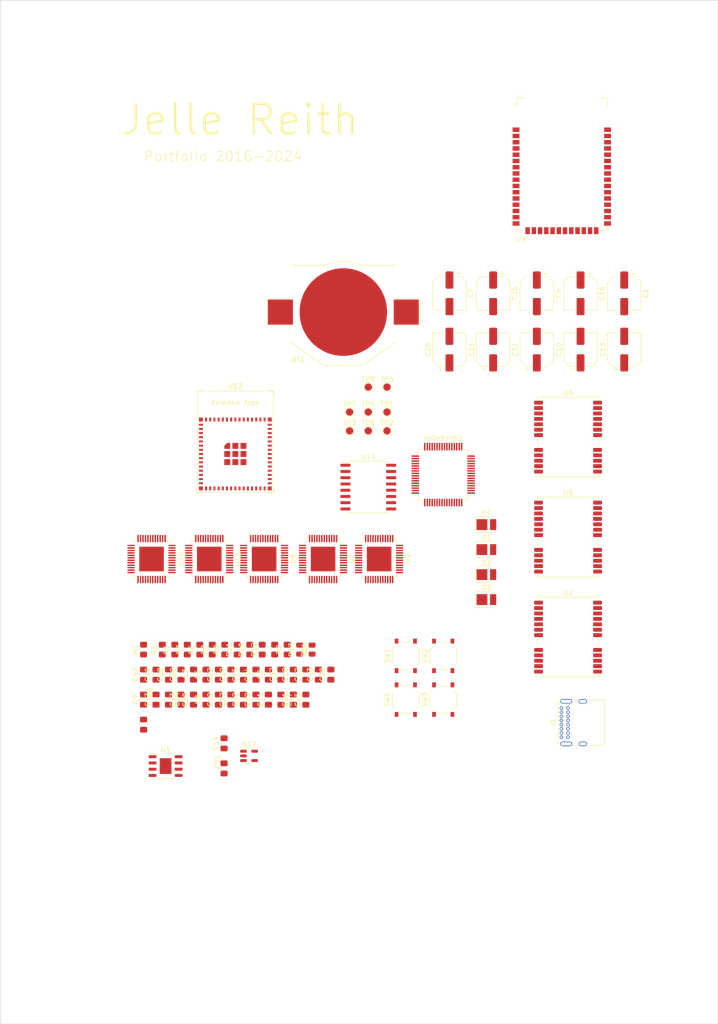
<source format=kicad_pcb>
(kicad_pcb (version 20221018) (generator pcbnew)
  (title_block (title "Portfolio") (date "2024-04-05") (rev "1") (company "Jelle Reith"))
  (layers (0 "F.Cu" signal) (31 "B.Cu" signal) (34 "B.Paste" user) (35 "F.Paste" user) (36 "B.SilkS" user "B.Silkscreen") (37 "F.SilkS" user "F.Silkscreen") (38 "B.Mask" user) (39 "F.Mask" user) (44 "Edge.Cuts" user))
  (net 0 "")
  (net 71 "VCC")
  (net 72 "Net-(JelleReith1-PC0)")
  (net 73 "Net-(JelleReith1-PC1)")
  (net 74 "Net-(JelleReith1-PC2)")
  (net 75 "Net-(JelleReith1-PA0)")
  (net 76 "Net-(JelleReith1-PA1)")
  (net 77 "Net-(JelleReith1-PA2)")
  (net 78 "GND")
  (net 79 "Net-(JelleReith1-PA3)")
  (net 80 "Net-(JelleReith1-PA4)")
  (net 81 "Net-(JelleReith1-PA5)")
  (net 82 "Net-(JelleReith1-PA6)")
  (net 83 "Net-(JelleReith1-PA7)")
  (net 84 "Net-(JelleReith1-PC4)")
  (net 85 "Net-(JelleReith1-PB0)")
  (net 86 "Net-(JelleReith1-PB1)")
  (net 87 "Net-(JelleReith1-PA8)")
  (net 88 "Net-(JelleReith1-PA9)")
  (net 89 "Net-(JelleReith1-PA10)")
  (net 90 "Net-(JelleReith1-PA12)")
  (net 91 "Net-(JelleReith1-PA13)")
  (net 92 "Net-(JelleReith1-PA14)")
  (net 93 "Net-(JelleReith1-PA15)")
  (net 94 "Net-(U2-TIMEPULSE)")
  (net 95 "Net-(U2-RF_IN)")
  (net 96 "Net-(U2-LNA_EN)")
  (net 97 "EN")
  (net 98 "VIN")
  (net 105 "Net-(U5-GND-Pad10)")
  (net 119 "Net-(U6-GND-Pad10)")
  (net 127 "Net-(BT1-+)")
  (net 128 "V_USB")
  (net 129 "3V3")
  (net 130 "SOLSTICE_LED_LINE")
  (net 131 "FUTURE_LED_LINE")
  (net 132 "SOLARGRAPH_LED_LINE")
  (net 133 "SECONDARY_LOCATION_LED_LINE")
  (net 134 "Net-(J1-CC1)")
  (net 135 "USB_D+")
  (net 136 "USB_D-")
  (net 138 "Net-(J1-CC2)")
  (net 140 "Net-(U7-RSET)")
  (net 141 "Net-(U8-RSET)")
  (net 142 "Net-(U9-RSET)")
  (net 143 "Net-(U10-RSET)")
  (net 144 "Net-(U11-RSET)")
  (net 145 "SOLSTICE_EQUINOX_LED")
  (net 146 "FUTURE_LED")
  (net 147 "SOLARGRAPH_LED")
  (net 148 "SECONDARY_LOCATION_LED")
  (net 149 "I2C_SCL")
  (net 150 "I2C_SDA")
  (net 151 "BOOT")
  (net 152 "MODE_BUTTON")
  (net 153 "SELECT_BUTTON")
  (net 154 "LONGITUDE_POT_IN")
  (net 155 "LONGITUDE_POT_IN_BACKUP")
  (net 156 "LATITUDE_POT_IN")
  (net 157 "LATITUDE_POT_IN_BACKUP")
  (net 159 "DR4_SW1")
  (net 160 "DR4_SW2")
  (net 161 "DR4_SW3")
  (net 162 "DR4_SW4")
  (net 163 "DR4_SW5")
  (net 164 "DR4_SW6")
  (net 165 "DR4_SW7")
  (net 166 "DR4_SW8")
  (net 167 "DR4_SW9")
  (net 168 "DR4_SW10")
  (net 169 "DR4_SW11")
  (net 170 "DR4_SW12")
  (net 171 "DR4_CS1")
  (net 172 "DR4_CS2")
  (net 173 "DR4_CS3")
  (net 174 "DR4_CS4")
  (net 175 "DR4_CS5")
  (net 176 "DR4_CS6")
  (net 177 "DR4_CS7")
  (net 178 "DR4_CS8")
  (net 179 "DR4_CS9")
  (net 180 "DR4_CS10")
  (net 181 "DR4_CS11")
  (net 182 "DR4_CS12")
  (net 183 "DR4_CS13")
  (net 184 "DR4_CS14")
  (net 185 "DR4_CS15")
  (net 186 "DR4_CS16")
  (net 188 "SYNC")
  (net 191 "DR5_SW1")
  (net 192 "DR5_SW2")
  (net 193 "DR5_SW3")
  (net 194 "DR5_SW4")
  (net 195 "DR5_SW5")
  (net 196 "DR5_SW6")
  (net 197 "DR5_SW7")
  (net 198 "DR5_SW8")
  (net 199 "DR5_SW9")
  (net 200 "DR5_SW10")
  (net 201 "DR5_SW11")
  (net 202 "DR5_SW12")
  (net 203 "DR5_CS1")
  (net 204 "DR5_CS2")
  (net 205 "DR5_CS3")
  (net 206 "DR5_CS4")
  (net 207 "DR5_CS5")
  (net 208 "DR5_CS6")
  (net 209 "DR5_CS7")
  (net 210 "DR5_CS8")
  (net 211 "DR5_CS9")
  (net 212 "DR5_CS10")
  (net 213 "DR5_CS11")
  (net 214 "DR5_CS12")
  (net 215 "DR5_CS13")
  (net 216 "DR5_CS14")
  (net 217 "DR5_CS15")
  (net 218 "DR5_CS16")
  (net 222 "DR2_SW1")
  (net 223 "DR2_SW2")
  (net 224 "DR2_SW3")
  (net 225 "DR2_SW4")
  (net 226 "DR2_SW5")
  (net 227 "DR2_SW6")
  (net 228 "DR2_SW7")
  (net 229 "DR2_SW8")
  (net 230 "DR2_SW9")
  (net 231 "DR2_SW10")
  (net 232 "DR2_SW11")
  (net 233 "DR2_SW12")
  (net 234 "DR2_CS1")
  (net 235 "DR2_CS2")
  (net 236 "DR2_CS3")
  (net 237 "DR2_CS4")
  (net 238 "DR2_CS5")
  (net 239 "DR2_CS6")
  (net 240 "DR2_CS7")
  (net 241 "DR2_CS8")
  (net 242 "DR2_CS9")
  (net 243 "DR2_CS10")
  (net 244 "DR2_CS11")
  (net 245 "DR2_CS12")
  (net 246 "DR2_CS13")
  (net 247 "DR2_CS14")
  (net 248 "DR2_CS15")
  (net 249 "DR2_CS16")
  (net 253 "DR3_SW1")
  (net 254 "DR3_SW2")
  (net 255 "DR3_SW3")
  (net 256 "DR3_SW4")
  (net 257 "DR3_SW5")
  (net 258 "DR3_SW6")
  (net 259 "DR3_SW7")
  (net 260 "DR3_SW8")
  (net 261 "DR3_SW9")
  (net 262 "DR3_SW10")
  (net 263 "DR3_SW11")
  (net 264 "DR3_SW12")
  (net 265 "DR3_CS1")
  (net 266 "DR3_CS2")
  (net 267 "DR3_CS3")
  (net 268 "DR3_CS4")
  (net 269 "DR3_CS5")
  (net 270 "DR3_CS6")
  (net 271 "DR3_CS7")
  (net 272 "DR3_CS8")
  (net 273 "DR3_CS9")
  (net 274 "DR3_CS10")
  (net 275 "DR3_CS11")
  (net 276 "DR3_CS12")
  (net 277 "DR3_CS13")
  (net 278 "DR3_CS14")
  (net 279 "DR3_CS15")
  (net 280 "DR3_CS16")
  (net 284 "DR1_SW1")
  (net 285 "DR1_SW2")
  (net 286 "DR1_SW3")
  (net 287 "DR1_SW4")
  (net 288 "DR1_SW5")
  (net 289 "DR1_SW6")
  (net 290 "DR1_SW7")
  (net 291 "DR1_SW8")
  (net 292 "DR1_SW9")
  (net 293 "DR1_SW10")
  (net 294 "DR1_SW11")
  (net 295 "DR1_SW12")
  (net 296 "DR1_CS1")
  (net 297 "DR1_CS2")
  (net 298 "DR1_CS3")
  (net 299 "DR1_CS4")
  (net 300 "DR1_CS5")
  (net 301 "DR1_CS6")
  (net 302 "DR1_CS7")
  (net 303 "DR1_CS8")
  (net 304 "DR1_CS9")
  (net 305 "DR1_CS10")
  (net 306 "DR1_CS11")
  (net 307 "DR1_CS12")
  (net 308 "DR1_CS13")
  (net 309 "DR1_CS14")
  (net 310 "DR1_CS15")
  (net 311 "DR1_CS16")
  (footprint "Capacitor_SMD:C_0805_2012Metric_Pad1.18x1.45mm_HandSolder" (layer "F.Cu") (at 64.5 140.7 90)
    (fp_text reference "C12")
    (fp_text value "0.47uF")
  )
  (footprint "Resistor_SMD:R_0805_2012Metric_Pad1.20x1.40mm_HandSolder" (layer "F.Cu") (at 47.99 135.62 90)
    (fp_text reference "R9")
    (fp_text value "10K")
  )
  (footprint "Button_Switch_SMD:SW_Push_1P1T_XKB_TS-1187A" (layer "F.Cu") (at 84.82 145.78 90)
    (fp_text reference "SW4")
    (fp_text value "SW_Push")
  )
  (footprint "Espressif:ESP32-S3-MINI-1" (layer "F.Cu") (at 50.15 95.87)
    (fp_text reference "U13")
    (fp_text value "ESP32-S3-MINI-1")
  )
  (footprint "Resistor_SMD:R_0805_2012Metric_Pad1.20x1.40mm_HandSolder" (layer "F.Cu") (at 60.69 135.62 90)
    (fp_text reference "R2")
    (fp_text value "20K")
  )
  (footprint "Capacitor_SMD:CP_Elec_6.3x7.7" (layer "F.Cu") (at 111.49 74.66 90)
    (fp_text reference "C31")
    (fp_text value "C_Polarized")
  )
  (footprint "Battery:BatteryHolder_Keystone_3002_1x2032" (layer "F.Cu") (at 72.12 67.04)
    (fp_text reference "BT1")
    (fp_text value "Battery_Cell")
  )
  (footprint "Capacitor_SMD:C_0805_2012Metric_Pad1.18x1.45mm_HandSolder" (layer "F.Cu") (at 34.02 140.7 90)
    (fp_text reference "C40")
    (fp_text value "0.1uF")
  )
  (footprint "TestPoint:TestPoint_Pad_D1.5mm" (layer "F.Cu") (at 81.01 91.17)
    (fp_text reference "TP2")
    (fp_text value "TestPoint")
  )
  (footprint "Resistor_SMD:R_0805_2012Metric_Pad1.20x1.40mm_HandSolder" (layer "F.Cu") (at 42.91 135.62 90)
    (fp_text reference "R6")
    (fp_text value "5.1K")
  )
  (footprint "Capacitor_SMD:CP_Elec_6.3x7.7" (layer "F.Cu") (at 129.27 74.66 90)
    (fp_text reference "C13")
    (fp_text value "C_Polarized")
  )
  (footprint "Resistor_SMD:R_0805_2012Metric_Pad1.20x1.40mm_HandSolder" (layer "F.Cu") (at 37.83 135.62 90)
    (fp_text reference "R1")
    (fp_text value "20K")
  )
  (footprint "RF_GPS:ublox_NEO" (layer "F.Cu") (at 117.84 112.76)
    (fp_text reference "U5")
    (fp_text value "NEO-M8N")
  )
  (footprint "TestPoint:TestPoint_Pad_D1.5mm" (layer "F.Cu") (at 81.01 82.28)
    (fp_text reference "TP5")
    (fp_text value "TestPoint")
  )
  (footprint "Capacitor_SMD:C_0805_2012Metric_Pad1.18x1.45mm_HandSolder" (layer "F.Cu") (at 44.18 145.78 90)
    (fp_text reference "C8")
    (fp_text value "0.1uF")
  )
  (footprint "Capacitor_SMD:C_0805_2012Metric_Pad1.18x1.45mm_HandSolder" (layer "F.Cu") (at 34.02 145.78 90)
    (fp_text reference "C33")
    (fp_text value "0.1uF")
  )
  (footprint "Capacitor_SMD:C_0805_2012Metric_Pad1.18x1.45mm_HandSolder" (layer "F.Cu") (at 59.42 145.78 -90)
    (fp_text reference "C17")
    (fp_text value "0.47uF")
  )
  (footprint "Capacitor_SMD:C_0805_2012Metric_Pad1.18x1.45mm_HandSolder" (layer "F.Cu") (at 44.18 140.7 90)
    (fp_text reference "C5")
    (fp_text value "0.1uF")
  )
  (footprint "Capacitor_SMD:C_0805_2012Metric_Pad1.18x1.45mm_HandSolder" (layer "F.Cu") (at 41.64 145.78 90)
    (fp_text reference "C20")
    (fp_text value "0.1uF")
  )
  (footprint "Capacitor_SMD:C_0805_2012Metric_Pad1.18x1.45mm_HandSolder" (layer "F.Cu") (at 36.56 145.78 -90)
    (fp_text reference "C24")
    (fp_text value "0.47uF")
  )
  (footprint "TestPoint:TestPoint_Pad_D1.5mm" (layer "F.Cu") (at 77.2 87.36)
    (fp_text reference "TP4")
    (fp_text value "TestPoint")
  )
  (footprint "Connector_USB:USB_C_Receptacle_GCT_USB4085" (layer "F.Cu") (at 116.49 153.42 90)
    (fp_text reference "J1")
    (fp_text value "USB_C_Receptacle_USB2.0")
  )
  (footprint "Capacitor_SMD:C_0805_2012Metric_Pad1.18x1.45mm_HandSolder" (layer "F.Cu") (at 47.8575 159.75 90)
    (fp_text reference "C35")
    (fp_text value "0.1uF")
  )
  (footprint "Capacitor_SMD:CP_Elec_6.3x7.7" (layer "F.Cu") (at 102.6 63.23 -90)
    (fp_text reference "C36")
    (fp_text value "C_Polarized")
  )
  (footprint "LED_SMD:LED_PLCC_2835" (layer "F.Cu") (at 101.225 115.3)
    (fp_text reference "D1")
    (fp_text value "LED")
  )
  (footprint "Package_SO:HTSOP-8-1EP_3.9x4.9mm_P1.27mm_EP2.4x3.2mm" (layer "F.Cu") (at 35.96 159.28)
    (fp_text reference "U4")
    (fp_text value "BD90FC0WEFJ")
  )
  (footprint "Package_TO_SOT_SMD:SOT-23-5" (layer "F.Cu") (at 52.9375 157.21)
    (fp_text reference "U12")
    (fp_text value "AP2112K-3.3")
  )
  (footprint "Capacitor_SMD:C_0805_2012Metric_Pad1.18x1.45mm_HandSolder" (layer "F.Cu") (at 46.72 140.7 90)
    (fp_text reference "C22")
    (fp_text value "0.47uF")
  )
  (footprint "Capacitor_SMD:C_0805_2012Metric_Pad1.18x1.45mm_HandSolder" (layer "F.Cu") (at 69.58 140.7 90)
    (fp_text reference "C38")
    (fp_text value "0.1uF")
  )
  (footprint "Capacitor_SMD:C_0805_2012Metric_Pad1.18x1.45mm_HandSolder" (layer "F.Cu") (at 47.8575 154.67 90)
    (fp_text reference "C14")
    (fp_text value "0.1uF")
  )
  (footprint "Capacitor_SMD:C_0805_2012Metric_Pad1.18x1.45mm_HandSolder" (layer "F.Cu") (at 51.8 140.7 90)
    (fp_text reference "C15")
    (fp_text value "0.47uF")
  )
  (footprint "TestPoint:TestPoint_Pad_D1.5mm" (layer "F.Cu") (at 81.01 87.36)
    (fp_text reference "TP1")
    (fp_text value "TestPoint")
  )
  (footprint "Capacitor_SMD:C_0805_2012Metric_Pad1.18x1.45mm_HandSolder" (layer "F.Cu") (at 54.34 145.78 90)
    (fp_text reference "C29")
    (fp_text value "0.47uF")
  )
  (footprint "Capacitor_SMD:CP_Elec_6.3x7.7" (layer "F.Cu") (at 129.27 63.23 -90)
    (fp_text reference "C1")
    (fp_text value "C_Polarized")
  )
  (footprint "Capacitor_SMD:C_0805_2012Metric_Pad1.18x1.45mm_HandSolder" (layer "F.Cu") (at 31.48 150.86 90)
    (fp_text reference "C6")
    (fp_text value "0.47uF")
  )
  (footprint "RF_GPS:ublox_NEO" (layer "F.Cu") (at 117.84 92.44)
    (fp_text reference "U6")
    (fp_text value "NEO-M8N")
  )
  (footprint "Resistor_SMD:R_0805_2012Metric" (layer "F.Cu") (at 63.23 135.62 90)
    (fp_text reference "R13")
    (fp_text value "2k")
  )
  (footprint "Resistor_SMD:R_0805_2012Metric_Pad1.20x1.40mm_HandSolder" (layer "F.Cu") (at 40.37 135.62 90)
    (fp_text reference "R7")
    (fp_text value "5.1K")
  )
  (footprint "Resistor_SMD:R_0805_2012Metric_Pad1.20x1.40mm_HandSolder" (layer "F.Cu") (at 53.07 135.62 90)
    (fp_text reference "R10")
    (fp_text value "10K")
  )
  (footprint "Resistor_SMD:R_0805_2012Metric_Pad1.20x1.40mm_HandSolder" (layer "F.Cu") (at 58.15 135.62 90)
    (fp_text reference "R3")
    (fp_text value "20K")
  )
  (footprint "LED_SMD:LED_PLCC_2835" (layer "F.Cu") (at 101.225 120.38)
    (fp_text reference "D2")
    (fp_text value "LED")
  )
  (footprint "Capacitor_SMD:C_0805_2012Metric_Pad1.18x1.45mm_HandSolder" (layer "F.Cu") (at 41.64 140.7 90)
    (fp_text reference "C3")
    (fp_text value "0.47uF")
  )
  (footprint "Capacitor_SMD:CP_Elec_6.3x7.7" (layer "F.Cu") (at 102.6 74.66 90)
    (fp_text reference "C21")
    (fp_text value "C_Polarized")
  )
  (footprint "Capacitor_SMD:C_0805_2012Metric_Pad1.18x1.45mm_HandSolder" (layer "F.Cu") (at 39.1 140.7 90)
    (fp_text reference "C30")
    (fp_text value "0.1uF")
  )
  (footprint "Resistor_SMD:R_0805_2012Metric" (layer "F.Cu") (at 65.77 135.62 90)
    (fp_text reference "R14")
    (fp_text value "2k")
  )
  (footprint "Capacitor_SMD:CP_Elec_6.3x7.7" (layer "F.Cu") (at 93.71 74.66 90)
    (fp_text reference "C26")
    (fp_text value "C_Polarized")
  )
  (footprint "Capacitor_SMD:C_0805_2012Metric_Pad1.18x1.45mm_HandSolder" (layer "F.Cu") (at 54.34 140.7 90)
    (fp_text reference "C34")
    (fp_text value "0.47uF")
  )
  (footprint "Button_Switch_SMD:SW_Push_1P1T_XKB_TS-1187A" (layer "F.Cu") (at 92.44 145.78 90)
    (fp_text reference "SW3")
    (fp_text value "SW_Push")
  )
  (footprint "Capacitor_SMD:C_0805_2012Metric_Pad1.18x1.45mm_HandSolder" (layer "F.Cu") (at 67.04 140.7 90)
    (fp_text reference "C43")
    (fp_text value "1uF")
  )
  (footprint "Package_QFP:LQFP-64_10x10mm_P0.5mm" (layer "F.Cu") (at 92.44 100.06)
    (fp_text reference "JelleReith1")
    (fp_text value "STM32G491RETx")
  )
  (footprint "Capacitor_SMD:C_0805_2012Metric_Pad1.18x1.45mm_HandSolder" (layer "F.Cu") (at 61.96 140.7 90)
    (fp_text reference "C18")
    (fp_text value "0.1uF")
  )
  (footprint "Capacitor_SMD:C_0805_2012Metric_Pad1.18x1.45mm_HandSolder" (layer "F.Cu") (at 31.48 145.78 90)
    (fp_text reference "C9")
    (fp_text value "0.47uF")
  )
  (footprint "Capacitor_SMD:CP_Elec_6.3x7.7" (layer "F.Cu") (at 120.38 63.23 -90)
    (fp_text reference "C16")
    (fp_text value "C_Polarized")
  )
  (footprint "Capacitor_SMD:C_0805_2012Metric_Pad1.18x1.45mm_HandSolder" (layer "F.Cu") (at 49.26 145.78 90)
    (fp_text reference "C27")
    (fp_text value "0.47uF")
  )
  (footprint "Button_Switch_SMD:SW_Push_1P1T_XKB_TS-1187A" (layer "F.Cu") (at 84.82 136.89 90)
    (fp_text reference "SW1")
    (fp_text value "SW_Push")
  )
  (footprint "Capacitor_SMD:C_0805_2012Metric_Pad1.18x1.45mm_HandSolder" (layer "F.Cu") (at 49.26 140.7 90)
    (fp_text reference "C39")
    (fp_text value "0.47uF")
  )
  (footprint "Resistor_SMD:R_0805_2012Metric_Pad1.20x1.40mm_HandSolder" (layer "F.Cu") (at 50.53 135.62 90)
    (fp_text reference "R11")
    (fp_text value "10K")
  )
  (footprint "Capacitor_SMD:C_0805_2012Metric_Pad1.18x1.45mm_HandSolder" (layer "F.Cu") (at 36.56 140.7 90)
    (fp_text reference "C28")
    (fp_text value "0.1uF")
  )
  (footprint "Capacitor_SMD:C_0805_2012Metric_Pad1.18x1.45mm_HandSolder" (layer "F.Cu") (at 39.1 145.78 90)
    (fp_text reference "C23")
    (fp_text value "0.1uF")
  )
  (footprint "RF_GPS:ublox_NEO" (layer "F.Cu") (at 117.84 133.08)
    (fp_text reference "U2")
    (fp_text value "NEO-M8N")
  )
  (footprint "Capacitor_SMD:C_0805_2012Metric_Pad1.18x1.45mm_HandSolder" (layer "F.Cu") (at 51.8 145.78 90)
    (fp_text reference "C32")
    (fp_text value "0.47uF")
  )
  (footprint "Capacitor_SMD:C_0805_2012Metric_Pad1.18x1.45mm_HandSolder" (layer "F.Cu") (at 64.5 145.78 90)
    (fp_text reference "C25")
    (fp_text value "0.1uF")
  )
  (footprint "TestPoint:TestPoint_Pad_D1.5mm" (layer "F.Cu") (at 77.2 82.28)
    (fp_text reference "TP8")
    (fp_text value "TestPoint")
  )
  (footprint "Package_QFP:TQFP-48-1EP_7x7mm_P0.5mm_EP5x5mm" (layer "F.Cu") (at 68 117.215 -90)
    (fp_text reference "U7")
    (fp_text value "IS31FL3733-TQ")
  )
  (footprint "TestPoint:TestPoint_Pad_D1.5mm" (layer "F.Cu") (at 73.39 87.36)
    (fp_text reference "TP7")
    (fp_text value "TestPoint")
  )
  (footprint "RF_WiFi:USR-C322" (layer "F.Cu") (at 116.57 40.37)
    (fp_text reference "U3")
    (fp_text value "USR-C322")
  )
  (footprint "Capacitor_SMD:CP_Elec_6.3x7.7" (layer "F.Cu") (at 120.38 74.66 90)
    (fp_text reference "C10")
    (fp_text value "C_Polarized")
  )
  (footprint "Capacitor_SMD:C_0805_2012Metric_Pad1.18x1.45mm_HandSolder" (layer "F.Cu") (at 56.88 145.78 90)
    (fp_text reference "C11")
    (fp_text value "0.1uF")
  )
  (footprint "Button_Switch_SMD:SW_Push_1P1T_XKB_TS-1187A" (layer "F.Cu") (at 92.44 136.89 90)
    (fp_text reference "SW2")
    (fp_text value "SW_Push")
  )
  (footprint "TestPoint:TestPoint_Pad_D1.5mm" (layer "F.Cu") (at 73.39 91.17)
    (fp_text reference "TP3")
    (fp_text value "TestPoint")
  )
  (footprint "LED_SMD:LED_PLCC_2835" (layer "F.Cu") (at 101.225 110.22)
    (fp_text reference "D4")
    (fp_text value "LED")
  )
  (footprint "Capacitor_SMD:C_0805_2012Metric_Pad1.18x1.45mm_HandSolder" (layer "F.Cu") (at 46.72 145.78 90)
    (fp_text reference "C19")
    (fp_text value "0.47uF")
  )
  (footprint "Resistor_SMD:R_0805_2012Metric_Pad1.20x1.40mm_HandSolder" (layer "F.Cu") (at 31.48 135.62 90)
    (fp_text reference "R4")
    (fp_text value "20K")
  )
  (footprint "Package_QFP:TQFP-48-1EP_7x7mm_P0.5mm_EP5x5mm" (layer "F.Cu") (at 33.105 117.215 -90)
    (fp_text reference "U10")
    (fp_text value "IS31FL3733-TQ")
  )
  (footprint "Capacitor_SMD:CP_Elec_6.3x7.7" (layer "F.Cu") (at 111.49 63.23 -90)
    (fp_text reference "C4")
    (fp_text value "C_Polarized")
  )
  (footprint "Capacitor_SMD:C_0805_2012Metric_Pad1.18x1.45mm_HandSolder" (layer "F.Cu") (at 31.48 140.7 90)
    (fp_text reference "C42")
    (fp_text value "22uF")
  )
  (footprint "Resistor_SMD:R_0805_2012Metric_Pad1.20x1.40mm_HandSolder" (layer "F.Cu") (at 35.29 135.62 90)
    (fp_text reference "R5")
    (fp_text value "20K")
  )
  (footprint "Capacitor_SMD:C_0805_2012Metric_Pad1.18x1.45mm_HandSolder" (layer "F.Cu") (at 56.88 140.7 90)
    (fp_text reference "C2")
    (fp_text value "0.1uF")
  )
  (footprint "Resistor_SMD:R_0805_2012Metric_Pad1.20x1.40mm_HandSolder" (layer "F.Cu") (at 55.61 135.62 90)
    (fp_text reference "R12")
    (fp_text value "10K")
  )
  (footprint "TestPoint:TestPoint_Pad_D1.5mm" (layer "F.Cu") (at 77.2 91.17)
    (fp_text reference "TP6")
    (fp_text value "TestPoint")
  )
  (footprint "Resistor_SMD:R_0805_2012Metric_Pad1.20x1.40mm_HandSolder" (layer "F.Cu") (at 45.45 135.62 90)
    (fp_text reference "R8")
    (fp_text value "5.1K")
  )
  (footprint "Package_QFP:TQFP-48-1EP_7x7mm_P0.5mm_EP5x5mm" (layer "F.Cu") (at 56.005 117.215 -90)
    (fp_text reference "U8")
    (fp_text value "IS31FL3733-TQ")
  )
  (footprint "Package_SO:SOIC-16W_7.5x10.3mm_P1.27mm" (layer "F.Cu") (at 77.2 102.6)
    (fp_text reference "U14")
    (fp_text value "DS3231M")
  )
  (footprint "Capacitor_SMD:C_0805_2012Metric_Pad1.18x1.45mm_HandSolder" (layer "F.Cu") (at 61.96 145.78 90)
    (fp_text reference "C41")
    (fp_text value "22uF")
  )
  (footprint "Capacitor_SMD:CP_Elec_6.3x7.7" (layer "F.Cu") (at 93.71 63.23 -90)
    (fp_text reference "C7")
    (fp_text value "C_Polarized")
  )
  (footprint "LED_SMD:LED_PLCC_2835" (layer "F.Cu") (at 101.225 125.46)
    (fp_text reference "D3")
    (fp_text value "LED")
  )
  (footprint "Package_QFP:TQFP-48-1EP_7x7mm_P0.5mm_EP5x5mm" (layer "F.Cu") (at 44.845 117.215 -90)
    (fp_text reference "U11")
    (fp_text value "IS31FL3733-TQ")
  )
  (footprint "Capacitor_SMD:C_0805_2012Metric_Pad1.18x1.45mm_HandSolder" (layer "F.Cu") (at 59.42 140.7 90)
    (fp_text reference "C37")
    (fp_text value "0.47uF")
  )
  (footprint "Package_QFP:TQFP-48-1EP_7x7mm_P0.5mm_EP5x5mm" (layer "F.Cu") (at 79.41 117.215 -90)
    (fp_text reference "U9")
    (fp_text value "IS31FL3733-TQ")
  )
  (gr_rect (start 2.32 3.68) (end 148.32 211.68) (stroke (width 0.1)) (fill none) (layer "Edge.Cuts"))
  (gr_text "Portfolio 2016-2024" (at 31.48 36.56) (layer "F.SilkS") (effects (font (size 2 2)) (justify left bottom)))
  (gr_text "Jelle Reith" (at 26.4 31.48) (layer "F.SilkS") (effects (font (size 6 6) (thickness 0.5)) (justify left bottom)))
)
</source>
